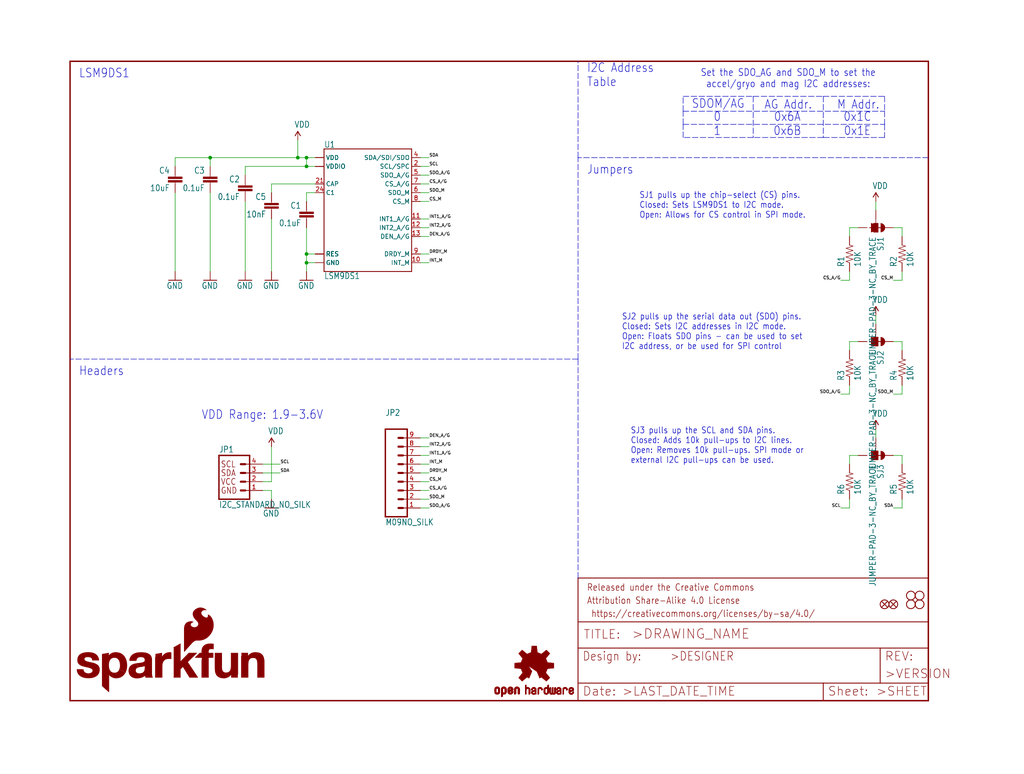
<source format=kicad_sch>
(kicad_sch (version 20211123) (generator eeschema)
  (paper "User" 297.002 224.485)
  (lib_symbols
    (symbol "schematicEagle-eagle-import:0.1UF-25V(+80{slash}-20%)(0603)"
      (property "Reference" "C" (at 1.524 2.921 0))
      (property "Value" "0.1UF-25V(+80{slash}-20%)(0603)" (at 1.524 -2.159 0))
      (symbol "0.1UF-25V(+80{slash}-20%)(0603)_1_0"
        (pin passive line (at 0 5.08 270) (length 2.54) (name "1") (number "1"))
        (pin passive line (at 0 -2.54 90) (length 2.54) (name "2") (number "2"))
      )
    )
    (symbol "schematicEagle-eagle-import:10KOHM-1{slash}10W-1%(0603)0603"
      (property "Reference" "R" (at -3.81 1.4986 0))
      (property "Value" "10KOHM-1{slash}10W-1%(0603)0603" (at -3.81 -3.302 0))
      (symbol "10KOHM-1{slash}10W-1%(0603)0603_1_0"
        (pin passive line (at -5.08 0 0) (length 2.54) (name "1") (number "1"))
        (pin passive line (at 5.08 0 180) (length 2.54) (name "2") (number "2"))
      )
    )
    (symbol "schematicEagle-eagle-import:10NF{slash}10000PF-50V-10%(0603)"
      (property "Reference" "C" (at 1.524 2.921 0))
      (property "Value" "10NF{slash}10000PF-50V-10%(0603)" (at 1.524 -2.159 0))
      (symbol "10NF{slash}10000PF-50V-10%(0603)_1_0"
        (pin passive line (at 0 5.08 270) (length 2.54) (name "1") (number "1"))
        (pin passive line (at 0 -2.54 90) (length 2.54) (name "2") (number "2"))
      )
    )
    (symbol "schematicEagle-eagle-import:10UF-6.3V-20%(0603)"
      (property "Reference" "C" (at 1.524 2.921 0))
      (property "Value" "10UF-6.3V-20%(0603)" (at 1.524 -2.159 0))
      (symbol "10UF-6.3V-20%(0603)_1_0"
        (pin passive line (at 0 5.08 270) (length 2.54) (name "1") (number "1"))
        (pin passive line (at 0 -2.54 90) (length 2.54) (name "2") (number "2"))
      )
    )
    (symbol "schematicEagle-eagle-import:FIDUCIAL1X2")
    (symbol "schematicEagle-eagle-import:FRAME-LETTER"
      (symbol "FRAME-LETTER_2_0"
        (text " https://creativecommons.org/licenses/by-sa/4.0/" (at 2.54 24.13 0) (effects (font (size 1.9304 1.6408)) (justify left bottom)))
        (text ">DESIGNER" (at 26.67 11.43 0) (effects (font (size 2.54 2.159)) (justify left bottom)))
        (text ">DRAWING_NAME" (at 15.494 17.78 0) (effects (font (size 2.7432 2.7432)) (justify left bottom)))
        (text ">LAST_DATE_TIME" (at 12.7 1.27 0) (effects (font (size 2.54 2.54)) (justify left bottom)))
        (text ">SHEET" (at 86.36 1.27 0) (effects (font (size 2.54 2.54)) (justify left bottom)))
        (text ">VERSION" (at 88.9 6.35 0) (effects (font (size 2.54 2.54)) (justify left bottom)))
        (text "Attribution Share-Alike 4.0 License" (at 2.54 27.94 0) (effects (font (size 1.9304 1.6408)) (justify left bottom)))
        (text "Date:" (at 1.27 1.27 0) (effects (font (size 2.54 2.54)) (justify left bottom)))
        (text "Design by:" (at 1.27 11.43 0) (effects (font (size 2.54 2.159)) (justify left bottom)))
        (text "Released under the Creative Commons" (at 2.54 31.75 0) (effects (font (size 1.9304 1.6408)) (justify left bottom)))
        (text "REV:" (at 88.9 11.43 0) (effects (font (size 2.54 2.54)) (justify left bottom)))
        (text "Sheet:" (at 72.39 1.27 0) (effects (font (size 2.54 2.54)) (justify left bottom)))
        (text "TITLE:" (at 1.524 17.78 0) (effects (font (size 2.54 2.54)) (justify left bottom)))
      )
    )
    (symbol "schematicEagle-eagle-import:GND" (power)
      (property "Value" "GND" (at -2.54 -2.54 0))
      (symbol "GND_1_0"
        (pin power_in line (at 0 2.54 270) (length 2.54) (name "GND") (number "1"))
      )
    )
    (symbol "schematicEagle-eagle-import:I2C_STANDARD_NO_SILK"
      (property "Reference" "JP" (at -2.54 13.462 0))
      (property "Value" "I2C_STANDARD_NO_SILK" (at -2.54 -2.54 0))
      (symbol "I2C_STANDARD_NO_SILK_1_0"
        (text "GND" (at -2.032 2.54 0) (effects (font (size 1.778 1.5113)) (justify left)))
        (text "SCL" (at -2.032 10.16 0) (effects (font (size 1.778 1.5113)) (justify left)))
        (text "SDA" (at -2.032 7.62 0) (effects (font (size 1.778 1.5113)) (justify left)))
        (text "VCC" (at -2.032 5.08 0) (effects (font (size 1.778 1.5113)) (justify left)))
        (pin passive line (at 10.16 2.54 180) (length 5.08) (name "1") (number "1"))
        (pin passive line (at 10.16 5.08 180) (length 5.08) (name "2") (number "2"))
        (pin passive line (at 10.16 7.62 180) (length 5.08) (name "3") (number "3"))
        (pin passive line (at 10.16 10.16 180) (length 5.08) (name "4") (number "4"))
      )
    )
    (symbol "schematicEagle-eagle-import:JUMPER-PAD-3-NC_BY_TRACE"
      (property "Reference" "SJ" (at 2.54 0.381 0))
      (property "Value" "JUMPER-PAD-3-NC_BY_TRACE" (at 2.54 -1.905 0))
      (symbol "JUMPER-PAD-3-NC_BY_TRACE_1_0"
        (pin passive line (at 0 5.08 270) (length 2.54) (name "1") (number "1"))
        (pin passive line (at -5.08 0 0) (length 2.54) (name "2") (number "2"))
        (pin passive line (at 0 -5.08 90) (length 2.54) (name "3") (number "3"))
      )
    )
    (symbol "schematicEagle-eagle-import:LSM9DS1"
      (property "Reference" "U" (at -12.7 19.05 0))
      (property "Value" "LSM9DS1" (at -12.7 -19.05 0))
      (symbol "LSM9DS1_1_0"
        (pin bidirectional line (at -15.24 12.7 0) (length 2.54) (name "VDDIO") (number "1"))
        (pin bidirectional line (at 15.24 -15.24 180) (length 2.54) (name "INT_M") (number "10"))
        (pin bidirectional line (at 15.24 -2.54 180) (length 2.54) (name "INT1_A/G") (number "11"))
        (pin bidirectional line (at 15.24 -5.08 180) (length 2.54) (name "INT2_A/G") (number "12"))
        (pin bidirectional line (at 15.24 -7.62 180) (length 2.54) (name "DEN_A/G") (number "13"))
        (pin bidirectional line (at -15.24 -12.7 0) (length 2.54) (name "RES") (number "14"))
        (pin bidirectional line (at -15.24 -12.7 0) (length 2.54) (name "RES") (number "15"))
        (pin bidirectional line (at -15.24 -12.7 0) (length 2.54) (name "RES") (number "16"))
        (pin bidirectional line (at -15.24 -12.7 0) (length 2.54) (name "RES") (number "17"))
        (pin bidirectional line (at -15.24 -12.7 0) (length 2.54) (name "RES") (number "18"))
        (pin bidirectional line (at -15.24 -15.24 0) (length 2.54) (name "GND") (number "19"))
        (pin bidirectional line (at 15.24 12.7 180) (length 2.54) (name "SCL/SPC") (number "2"))
        (pin bidirectional line (at -15.24 -15.24 0) (length 2.54) (name "GND") (number "20"))
        (pin bidirectional line (at -15.24 7.62 0) (length 2.54) (name "CAP") (number "21"))
        (pin bidirectional line (at -15.24 15.24 0) (length 2.54) (name "VDD") (number "22"))
        (pin bidirectional line (at -15.24 15.24 0) (length 2.54) (name "VDD") (number "23"))
        (pin bidirectional line (at -15.24 5.08 0) (length 2.54) (name "C1") (number "24"))
        (pin bidirectional line (at -15.24 12.7 0) (length 2.54) (name "VDDIO") (number "3"))
        (pin bidirectional line (at 15.24 15.24 180) (length 2.54) (name "SDA/SDI/SDO") (number "4"))
        (pin bidirectional line (at 15.24 10.16 180) (length 2.54) (name "SDO_A/G") (number "5"))
        (pin bidirectional line (at 15.24 5.08 180) (length 2.54) (name "SDO_M") (number "6"))
        (pin bidirectional line (at 15.24 7.62 180) (length 2.54) (name "CS_A/G") (number "7"))
        (pin bidirectional line (at 15.24 2.54 180) (length 2.54) (name "CS_M") (number "8"))
        (pin bidirectional line (at 15.24 -12.7 180) (length 2.54) (name "DRDY_M") (number "9"))
      )
    )
    (symbol "schematicEagle-eagle-import:M09NO_SILK"
      (property "Reference" "JP" (at 0 16.51 0))
      (property "Value" "M09NO_SILK" (at 0 -15.24 0))
      (symbol "M09NO_SILK_1_0"
        (pin passive line (at 10.16 -10.16 180) (length 5.08) (name "1") (number "1"))
        (pin passive line (at 10.16 -7.62 180) (length 5.08) (name "2") (number "2"))
        (pin passive line (at 10.16 -5.08 180) (length 5.08) (name "3") (number "3"))
        (pin passive line (at 10.16 -2.54 180) (length 5.08) (name "4") (number "4"))
        (pin passive line (at 10.16 0 180) (length 5.08) (name "5") (number "5"))
        (pin passive line (at 10.16 2.54 180) (length 5.08) (name "6") (number "6"))
        (pin passive line (at 10.16 5.08 180) (length 5.08) (name "7") (number "7"))
        (pin passive line (at 10.16 7.62 180) (length 5.08) (name "8") (number "8"))
        (pin passive line (at 10.16 10.16 180) (length 5.08) (name "9") (number "9"))
      )
    )
    (symbol "schematicEagle-eagle-import:OSHW-LOGOS")
    (symbol "schematicEagle-eagle-import:SFE_LOGO_FLAME.2_INCH")
    (symbol "schematicEagle-eagle-import:SFE_LOGO_NAME.1_INCH")
    (symbol "schematicEagle-eagle-import:STAND-OFF")
    (symbol "schematicEagle-eagle-import:VDD" (power)
      (property "Value" "VDD" (at -1.016 3.556 0))
      (symbol "VDD_1_0"
        (pin power_in line (at 0 0 90) (length 2.54) (name "VDD") (number "1"))
      )
    )
  )
  (junction (at 88.9 76.2))
  (junction (at 88.9 48.26))
  (junction (at 88.9 45.72))
  (junction (at 60.96 45.72))
  (junction (at 88.9 73.66))
  (junction (at 86.36 45.72))
  (wire (pts (xy 246.38 147.32) (xy 243.84 147.32)))
  (wire (pts (xy 78.74 139.7) (xy 78.74 129.54)))
  (wire (pts (xy 121.92 63.5) (xy 124.46 63.5)))
  (wire (pts (xy 86.36 45.72) (xy 86.36 40.64)))
  (wire (pts (xy 246.38 66.04) (xy 248.92 66.04)))
  (wire (pts (xy 91.44 73.66) (xy 88.9 73.66)))
  (wire (pts (xy 121.92 68.58) (xy 124.46 68.58)))
  (wire (pts (xy 88.9 48.26) (xy 88.9 45.72)))
  (polyline (pts (xy 256.54 36.068) (xy 256.54 39.878)))
  (polyline (pts (xy 198.12 36.068) (xy 256.54 36.068)))
  (wire (pts (xy 78.74 53.34) (xy 91.44 53.34)))
  (polyline (pts (xy 198.12 27.94) (xy 218.44 27.94)))
  (wire (pts (xy 76.2 137.16) (xy 81.28 137.16)))
  (wire (pts (xy 76.2 139.7) (xy 78.74 139.7)))
  (wire (pts (xy 76.2 134.62) (xy 81.28 134.62)))
  (wire (pts (xy 50.8 45.72) (xy 60.96 45.72)))
  (wire (pts (xy 248.92 132.08) (xy 246.38 132.08)))
  (wire (pts (xy 121.92 66.04) (xy 124.46 66.04)))
  (wire (pts (xy 121.92 127) (xy 124.46 127)))
  (wire (pts (xy 246.38 144.78) (xy 246.38 147.32)))
  (wire (pts (xy 88.9 55.88) (xy 91.44 55.88)))
  (wire (pts (xy 246.38 78.74) (xy 246.38 81.28)))
  (wire (pts (xy 261.62 99.06) (xy 261.62 101.6)))
  (polyline (pts (xy 256.54 39.878) (xy 238.76 39.878)))
  (polyline (pts (xy 167.64 167.64) (xy 167.64 104.14)))
  (wire (pts (xy 121.92 139.7) (xy 124.46 139.7)))
  (wire (pts (xy 121.92 137.16) (xy 124.46 137.16)))
  (polyline (pts (xy 198.12 32.258) (xy 256.54 32.258)))
  (wire (pts (xy 254 58.42) (xy 254 60.96)))
  (wire (pts (xy 246.38 81.28) (xy 243.84 81.28)))
  (polyline (pts (xy 218.44 27.94) (xy 238.76 27.94)))
  (wire (pts (xy 88.9 45.72) (xy 91.44 45.72)))
  (polyline (pts (xy 198.12 39.878) (xy 198.12 36.068)))
  (wire (pts (xy 121.92 55.88) (xy 124.46 55.88)))
  (polyline (pts (xy 198.12 36.068) (xy 198.12 32.258)))
  (polyline (pts (xy 167.64 104.14) (xy 20.32 104.14)))
  (wire (pts (xy 261.62 144.78) (xy 261.62 147.32)))
  (wire (pts (xy 78.74 142.24) (xy 78.74 144.78)))
  (wire (pts (xy 88.9 58.42) (xy 88.9 55.88)))
  (polyline (pts (xy 256.54 32.258) (xy 256.54 36.068)))
  (wire (pts (xy 50.8 48.26) (xy 50.8 45.72)))
  (wire (pts (xy 71.12 50.8) (xy 71.12 48.26)))
  (wire (pts (xy 261.62 81.28) (xy 259.08 81.28)))
  (wire (pts (xy 60.96 48.26) (xy 60.96 45.72)))
  (wire (pts (xy 121.92 76.2) (xy 124.46 76.2)))
  (wire (pts (xy 71.12 48.26) (xy 88.9 48.26)))
  (polyline (pts (xy 218.44 39.878) (xy 198.12 39.878)))
  (wire (pts (xy 261.62 114.3) (xy 259.08 114.3)))
  (wire (pts (xy 60.96 45.72) (xy 86.36 45.72)))
  (wire (pts (xy 124.46 48.26) (xy 121.92 48.26)))
  (wire (pts (xy 254 127) (xy 254 124.46)))
  (wire (pts (xy 246.38 111.76) (xy 246.38 114.3)))
  (wire (pts (xy 121.92 129.54) (xy 124.46 129.54)))
  (wire (pts (xy 246.38 101.6) (xy 246.38 99.06)))
  (wire (pts (xy 121.92 132.08) (xy 124.46 132.08)))
  (wire (pts (xy 261.62 78.74) (xy 261.62 81.28)))
  (wire (pts (xy 91.44 76.2) (xy 88.9 76.2)))
  (wire (pts (xy 121.92 45.72) (xy 124.46 45.72)))
  (wire (pts (xy 261.62 66.04) (xy 261.62 68.58)))
  (wire (pts (xy 78.74 78.74) (xy 78.74 63.5)))
  (wire (pts (xy 121.92 147.32) (xy 124.46 147.32)))
  (wire (pts (xy 76.2 142.24) (xy 78.74 142.24)))
  (wire (pts (xy 259.08 66.04) (xy 261.62 66.04)))
  (wire (pts (xy 121.92 134.62) (xy 124.46 134.62)))
  (wire (pts (xy 121.92 58.42) (xy 124.46 58.42)))
  (wire (pts (xy 246.38 99.06) (xy 248.92 99.06)))
  (wire (pts (xy 88.9 48.26) (xy 91.44 48.26)))
  (wire (pts (xy 121.92 50.8) (xy 124.46 50.8)))
  (wire (pts (xy 261.62 132.08) (xy 261.62 134.62)))
  (wire (pts (xy 78.74 55.88) (xy 78.74 53.34)))
  (polyline (pts (xy 256.54 27.94) (xy 256.54 32.258)))
  (polyline (pts (xy 269.24 45.72) (xy 167.64 45.72)))
  (wire (pts (xy 88.9 73.66) (xy 88.9 76.2)))
  (wire (pts (xy 86.36 45.72) (xy 88.9 45.72)))
  (wire (pts (xy 121.92 73.66) (xy 124.46 73.66)))
  (polyline (pts (xy 167.64 45.72) (xy 167.64 17.78)))
  (wire (pts (xy 88.9 66.04) (xy 88.9 73.66)))
  (wire (pts (xy 246.38 68.58) (xy 246.38 66.04)))
  (wire (pts (xy 246.38 114.3) (xy 243.84 114.3)))
  (wire (pts (xy 261.62 147.32) (xy 259.08 147.32)))
  (wire (pts (xy 246.38 132.08) (xy 246.38 134.62)))
  (wire (pts (xy 71.12 78.74) (xy 71.12 58.42)))
  (wire (pts (xy 259.08 99.06) (xy 261.62 99.06)))
  (wire (pts (xy 60.96 78.74) (xy 60.96 55.88)))
  (wire (pts (xy 121.92 144.78) (xy 124.46 144.78)))
  (wire (pts (xy 261.62 111.76) (xy 261.62 114.3)))
  (polyline (pts (xy 218.44 27.94) (xy 218.44 39.878)))
  (wire (pts (xy 121.92 142.24) (xy 124.46 142.24)))
  (wire (pts (xy 50.8 78.74) (xy 50.8 55.88)))
  (polyline (pts (xy 238.76 27.94) (xy 256.54 27.94)))
  (polyline (pts (xy 198.12 32.258) (xy 198.12 27.94)))
  (wire (pts (xy 121.92 53.34) (xy 124.46 53.34)))
  (wire (pts (xy 88.9 76.2) (xy 88.9 78.74)))
  (polyline (pts (xy 167.64 104.14) (xy 167.64 45.72)))
  (wire (pts (xy 259.08 132.08) (xy 261.62 132.08)))
  (polyline (pts (xy 238.76 27.94) (xy 238.76 39.878)))
  (wire (pts (xy 254 91.44) (xy 254 93.98)))
  (polyline (pts (xy 238.76 39.878) (xy 218.44 39.878)))
  (text "SDOM/AG" (at 208.28 30.226 180) (effects (font (size 2.54 2.159))))
  (text "SJ2 pulls up the serial data out (SDO) pins.\nClosed: Sets I2C addresses in I2C mode.\nOpen: Floats SDO pins - can be used to set\nI2C address, or be used for SPI control" (at 180.34 101.6 0) (effects (font (size 1.778 1.5113)) (justify left bottom)))
  (text "SJ3 pulls up the SCL and SDA pins.\nClosed: Adds 10k pull-ups to I2C lines.\nOpen: Removes 10k pull-ups. SPI mode or\nexternal I2C pull-ups can be used." (at 182.88 134.62 0) (effects (font (size 1.778 1.5113)) (justify left bottom)))
  (text "Jumpers" (at 170.18 50.8 180) (effects (font (size 2.54 2.159)) (justify left bottom)))
  (text "Headers" (at 22.86 109.22 180) (effects (font (size 2.54 2.159)) (justify left bottom)))
  (text "M Addr." (at 248.92 30.48 180) (effects (font (size 2.54 2.159))))
  (text "AG Addr." (at 228.6 30.48 180) (effects (font (size 2.54 2.159))))
  (text "LSM9DS1" (at 22.86 22.86 180) (effects (font (size 2.54 2.159)) (justify left bottom)))
  (text "I2C Address\nTable" (at 170.18 25.4 180) (effects (font (size 2.54 2.159)) (justify left bottom)))
  (text "0\n1" (at 208.026 36.068 180) (effects (font (size 2.54 2.159))))
  (text "Set the SDO_AG and SDO_M to set the\naccel/gryo and mag I2C addresses:" (at 228.6 22.86 0) (effects (font (size 2.032 1.7272))))
  (text "SJ1 pulls up the chip-select (CS) pins.\nClosed: Sets LSM9DS1 to I2C mode.\nOpen: Allows for CS control in SPI mode." (at 185.42 63.5 0) (effects (font (size 1.778 1.5113)) (justify left bottom)))
  (text "VDD Range: 1.9-3.6V" (at 58.42 121.92 180) (effects (font (size 2.54 2.159)) (justify left bottom)))
  (text "0x6A\n0x6B" (at 228.346 36.068 180) (effects (font (size 2.54 2.159))))
  (text "0x1C\n0x1E" (at 248.666 36.068 180) (effects (font (size 2.54 2.159))))
  (label "SCL" (at 81.28 134.62 0) (effects (font (size 0.889 0.889))))
  (label "INT_M" (at 124.46 134.62 0) (effects (font (size 0.889 0.889))))
  (label "SDO_A/G" (at 124.46 50.8 0) (effects (font (size 0.889 0.889))))
  (label "SDA" (at 124.46 45.72 0) (effects (font (size 0.889 0.889))))
  (label "SDO_A/G" (at 124.46 147.32 0) (effects (font (size 0.889 0.889))))
  (label "INT_M" (at 124.46 76.2 0) (effects (font (size 0.889 0.889))))
  (label "CS_A/G" (at 243.84 81.28 180) (effects (font (size 0.889 0.889))))
  (label "INT2_A/G" (at 124.46 66.04 0) (effects (font (size 0.889 0.889))))
  (label "CS_M" (at 259.08 81.28 180) (effects (font (size 0.889 0.889))))
  (label "DRDY_M" (at 124.46 137.16 0) (effects (font (size 0.889 0.889))))
  (label "SDO_M" (at 124.46 55.88 0) (effects (font (size 0.889 0.889))))
  (label "DRDY_M" (at 124.46 73.66 0) (effects (font (size 0.889 0.889))))
  (label "SDO_M" (at 124.46 144.78 0) (effects (font (size 0.889 0.889))))
  (label "SDA" (at 81.28 137.16 0) (effects (font (size 0.889 0.889))))
  (label "CS_A/G" (at 124.46 142.24 0) (effects (font (size 0.889 0.889))))
  (label "CS_A/G" (at 124.46 53.34 0) (effects (font (size 0.889 0.889))))
  (label "SDO_M" (at 259.08 114.3 180) (effects (font (size 0.889 0.889))))
  (label "SCL" (at 243.84 147.32 180) (effects (font (size 0.889 0.889))))
  (label "CS_M" (at 124.46 58.42 0) (effects (font (size 0.889 0.889))))
  (label "SDO_A/G" (at 243.84 114.3 180) (effects (font (size 0.889 0.889))))
  (label "INT1_A/G" (at 124.46 63.5 0) (effects (font (size 0.889 0.889))))
  (label "DEN_A/G" (at 124.46 127 0) (effects (font (size 0.889 0.889))))
  (label "SCL" (at 124.46 48.26 0) (effects (font (size 0.889 0.889))))
  (label "INT2_A/G" (at 124.46 129.54 0) (effects (font (size 0.889 0.889))))
  (label "CS_M" (at 124.46 139.7 0) (effects (font (size 0.889 0.889))))
  (label "INT1_A/G" (at 124.46 132.08 0) (effects (font (size 0.889 0.889))))
  (label "SDA" (at 259.08 147.32 180) (effects (font (size 0.889 0.889))))
  (label "DEN_A/G" (at 124.46 68.58 0) (effects (font (size 0.889 0.889))))
  (symbol (lib_id "schematicEagle-eagle-import:VDD") (at 254 58.42 0) (unit 1)
    (property "Reference" "#SUPPLY2" (effects hide))
    (property "Value" "VDD" (at 252.984 54.864 0) (effects (font (size 1.778 1.5113)) (justify left bottom)))
    (property "Footprint" "schematicEagle:" (effects hide))
  )
  (symbol (lib_id "schematicEagle-eagle-import:FRAME-LETTER") (at 167.64 203.2 0) (unit 2)
    (property "Reference" "FRAME1" (effects hide))
    (property "Value" "FRAME-LETTER" (effects hide))
    (property "Footprint" "schematicEagle:CREATIVE_COMMONS" (effects hide))
    (property "Value" "FRAME-LETTER" (effects hide))
    (property "Value" "FRAME-LETTER" (effects hide))
  )
  (symbol (lib_id "schematicEagle-eagle-import:10KOHM-1{slash}10W-1%(0603)0603") (at 246.38 139.7 90) (unit 1)
    (property "Reference" "R6" (at 244.8814 143.51 0) (effects (font (size 1.778 1.5113)) (justify left bottom)))
    (property "Value" "10K" (at 249.682 143.51 0) (effects (font (size 1.778 1.5113)) (justify left bottom)))
    (property "Footprint" "schematicEagle:0603-RES" (effects hide))
  )
  (symbol (lib_id "schematicEagle-eagle-import:10KOHM-1{slash}10W-1%(0603)0603") (at 246.38 73.66 90) (unit 1)
    (property "Reference" "R1" (at 244.8814 77.47 0) (effects (font (size 1.778 1.5113)) (justify left bottom)))
    (property "Value" "10K" (at 249.682 77.47 0) (effects (font (size 1.778 1.5113)) (justify left bottom)))
    (property "Footprint" "schematicEagle:0603-RES" (effects hide))
  )
  (symbol (lib_id "schematicEagle-eagle-import:FIDUCIAL1X2") (at 259.08 175.26 0) (unit 1)
    (property "Reference" "FID1" (effects hide))
    (property "Value" "FIDUCIAL1X2" (effects hide))
    (property "Footprint" "schematicEagle:FIDUCIAL-1X2" (effects hide))
  )
  (symbol (lib_id "schematicEagle-eagle-import:JUMPER-PAD-3-NC_BY_TRACE") (at 254 132.08 270) (unit 1)
    (property "Reference" "SJ3" (at 254.381 134.62 0) (effects (font (size 1.778 1.5113)) (justify left bottom)))
    (property "Value" "JUMPER-PAD-3-NC_BY_TRACE" (at 252.095 134.62 0) (effects (font (size 1.778 1.5113)) (justify left bottom)))
    (property "Footprint" "schematicEagle:PAD-JUMPER-3-3OF3_NC_BY_TRACE_YES_SILK_FULL_BOX" (effects hide))
  )
  (symbol (lib_id "schematicEagle-eagle-import:JUMPER-PAD-3-NC_BY_TRACE") (at 254 66.04 270) (unit 1)
    (property "Reference" "SJ1" (at 254.381 68.58 0) (effects (font (size 1.778 1.5113)) (justify left bottom)))
    (property "Value" "JUMPER-PAD-3-NC_BY_TRACE" (at 252.095 68.58 0) (effects (font (size 1.778 1.5113)) (justify left bottom)))
    (property "Footprint" "schematicEagle:PAD-JUMPER-3-3OF3_NC_BY_TRACE_YES_SILK_FULL_BOX" (effects hide))
  )
  (symbol (lib_id "schematicEagle-eagle-import:10NF{slash}10000PF-50V-10%(0603)") (at 78.74 60.96 0) (mirror y) (unit 1)
    (property "Reference" "C5" (at 77.216 58.039 0) (effects (font (size 1.778 1.5113)) (justify left bottom)))
    (property "Value" "10nF" (at 77.216 63.119 0) (effects (font (size 1.778 1.5113)) (justify left bottom)))
    (property "Footprint" "schematicEagle:0603-CAP" (effects hide))
  )
  (symbol (lib_id "schematicEagle-eagle-import:STAND-OFF") (at 266.7 175.26 0) (unit 1)
    (property "Reference" "STANDOFF4" (effects hide))
    (property "Value" "STAND-OFF" (effects hide))
    (property "Footprint" "schematicEagle:STAND-OFF" (effects hide))
  )
  (symbol (lib_id "schematicEagle-eagle-import:OSHW-LOGOS") (at 154.94 193.04 0) (unit 1)
    (property "Reference" "LOGO3" (effects hide))
    (property "Value" "OSHW-LOGOS" (effects hide))
    (property "Footprint" "schematicEagle:OSHW-LOGO-S" (effects hide))
  )
  (symbol (lib_id "schematicEagle-eagle-import:STAND-OFF") (at 264.16 172.72 0) (unit 1)
    (property "Reference" "STANDOFF2" (effects hide))
    (property "Value" "STAND-OFF" (effects hide))
    (property "Footprint" "schematicEagle:STAND-OFF" (effects hide))
  )
  (symbol (lib_id "schematicEagle-eagle-import:0.1UF-25V(+80{slash}-20%)(0603)") (at 60.96 53.34 0) (mirror y) (unit 1)
    (property "Reference" "C3" (at 59.436 50.419 0) (effects (font (size 1.778 1.5113)) (justify left bottom)))
    (property "Value" "0.1uF" (at 59.436 55.499 0) (effects (font (size 1.778 1.5113)) (justify left bottom)))
    (property "Footprint" "schematicEagle:0603-CAP" (effects hide))
  )
  (symbol (lib_id "schematicEagle-eagle-import:10UF-6.3V-20%(0603)") (at 50.8 53.34 0) (mirror y) (unit 1)
    (property "Reference" "C4" (at 49.276 50.419 0) (effects (font (size 1.778 1.5113)) (justify left bottom)))
    (property "Value" "10uF" (at 49.276 55.499 0) (effects (font (size 1.778 1.5113)) (justify left bottom)))
    (property "Footprint" "schematicEagle:0603-CAP" (effects hide))
  )
  (symbol (lib_id "schematicEagle-eagle-import:FRAME-LETTER") (at 20.32 203.2 0) (unit 1)
    (property "Reference" "FRAME1" (effects hide))
    (property "Value" "FRAME-LETTER" (effects hide))
    (property "Footprint" "schematicEagle:CREATIVE_COMMONS" (effects hide))
    (property "Value" "FRAME-LETTER" (effects hide))
    (property "Value" "FRAME-LETTER" (effects hide))
  )
  (symbol (lib_id "schematicEagle-eagle-import:GND") (at 50.8 81.28 0) (unit 1)
    (property "Reference" "#GND5" (effects hide))
    (property "Value" "GND" (at 48.26 83.82 0) (effects (font (size 1.778 1.5113)) (justify left bottom)))
    (property "Footprint" "schematicEagle:" (effects hide))
  )
  (symbol (lib_id "schematicEagle-eagle-import:JUMPER-PAD-3-NC_BY_TRACE") (at 254 99.06 270) (unit 1)
    (property "Reference" "SJ2" (at 254.381 101.6 0) (effects (font (size 1.778 1.5113)) (justify left bottom)))
    (property "Value" "JUMPER-PAD-3-NC_BY_TRACE" (at 252.095 101.6 0) (effects (font (size 1.778 1.5113)) (justify left bottom)))
    (property "Footprint" "schematicEagle:PAD-JUMPER-3-3OF3_NC_BY_TRACE_YES_SILK_FULL_BOX" (effects hide))
  )
  (symbol (lib_id "schematicEagle-eagle-import:STAND-OFF") (at 264.16 175.26 0) (unit 1)
    (property "Reference" "STANDOFF3" (effects hide))
    (property "Value" "STAND-OFF" (effects hide))
    (property "Footprint" "schematicEagle:STAND-OFF" (effects hide))
  )
  (symbol (lib_id "schematicEagle-eagle-import:LSM9DS1") (at 106.68 60.96 0) (unit 1)
    (property "Reference" "U1" (at 93.98 41.91 0) (effects (font (size 1.778 1.5113)) (justify left)))
    (property "Value" "LSM9DS1" (at 93.98 80.01 0) (effects (font (size 1.778 1.5113)) (justify left)))
    (property "Footprint" "schematicEagle:LGA24-8X4" (effects hide))
  )
  (symbol (lib_id "schematicEagle-eagle-import:SFE_LOGO_FLAME.2_INCH") (at 53.086 189.484 0) (unit 1)
    (property "Reference" "LOGO2" (effects hide))
    (property "Value" "SFE_LOGO_FLAME.2_INCH" (effects hide))
    (property "Footprint" "schematicEagle:SFE_LOGO_FLAME_.2" (effects hide))
  )
  (symbol (lib_id "schematicEagle-eagle-import:GND") (at 78.74 81.28 0) (unit 1)
    (property "Reference" "#GND2" (effects hide))
    (property "Value" "GND" (at 76.2 83.82 0) (effects (font (size 1.778 1.5113)) (justify left bottom)))
    (property "Footprint" "schematicEagle:" (effects hide))
  )
  (symbol (lib_id "schematicEagle-eagle-import:10KOHM-1{slash}10W-1%(0603)0603") (at 261.62 139.7 90) (unit 1)
    (property "Reference" "R5" (at 260.1214 143.51 0) (effects (font (size 1.778 1.5113)) (justify left bottom)))
    (property "Value" "10K" (at 264.922 143.51 0) (effects (font (size 1.778 1.5113)) (justify left bottom)))
    (property "Footprint" "schematicEagle:0603-RES" (effects hide))
  )
  (symbol (lib_id "schematicEagle-eagle-import:10KOHM-1{slash}10W-1%(0603)0603") (at 246.38 106.68 90) (unit 1)
    (property "Reference" "R3" (at 244.8814 110.49 0) (effects (font (size 1.778 1.5113)) (justify left bottom)))
    (property "Value" "10K" (at 249.682 110.49 0) (effects (font (size 1.778 1.5113)) (justify left bottom)))
    (property "Footprint" "schematicEagle:0603-RES" (effects hide))
  )
  (symbol (lib_id "schematicEagle-eagle-import:VDD") (at 254 91.44 0) (unit 1)
    (property "Reference" "#SUPPLY3" (effects hide))
    (property "Value" "VDD" (at 252.984 87.884 0) (effects (font (size 1.778 1.5113)) (justify left bottom)))
    (property "Footprint" "schematicEagle:" (effects hide))
  )
  (symbol (lib_id "schematicEagle-eagle-import:GND") (at 60.96 81.28 0) (unit 1)
    (property "Reference" "#GND4" (effects hide))
    (property "Value" "GND" (at 58.42 83.82 0) (effects (font (size 1.778 1.5113)) (justify left bottom)))
    (property "Footprint" "schematicEagle:" (effects hide))
  )
  (symbol (lib_id "schematicEagle-eagle-import:STAND-OFF") (at 266.7 172.72 0) (unit 1)
    (property "Reference" "STANDOFF1" (effects hide))
    (property "Value" "STAND-OFF" (effects hide))
    (property "Footprint" "schematicEagle:STAND-OFF" (effects hide))
  )
  (symbol (lib_id "schematicEagle-eagle-import:M09NO_SILK") (at 111.76 137.16 0) (unit 1)
    (property "Reference" "JP2" (at 111.76 120.65 0) (effects (font (size 1.778 1.5113)) (justify left bottom)))
    (property "Value" "M09NO_SILK" (at 111.76 152.4 0) (effects (font (size 1.778 1.5113)) (justify left bottom)))
    (property "Footprint" "schematicEagle:1X09_NO_SILK" (effects hide))
  )
  (symbol (lib_id "schematicEagle-eagle-import:0.1UF-25V(+80{slash}-20%)(0603)") (at 88.9 63.5 0) (mirror y) (unit 1)
    (property "Reference" "C1" (at 87.376 60.579 0) (effects (font (size 1.778 1.5113)) (justify left bottom)))
    (property "Value" "0.1uF" (at 87.376 65.659 0) (effects (font (size 1.778 1.5113)) (justify left bottom)))
    (property "Footprint" "schematicEagle:0603-CAP" (effects hide))
  )
  (symbol (lib_id "schematicEagle-eagle-import:FIDUCIAL1X2") (at 256.54 175.26 0) (unit 1)
    (property "Reference" "FID2" (effects hide))
    (property "Value" "FIDUCIAL1X2" (effects hide))
    (property "Footprint" "schematicEagle:FIDUCIAL-1X2" (effects hide))
  )
  (symbol (lib_id "schematicEagle-eagle-import:10KOHM-1{slash}10W-1%(0603)0603") (at 261.62 73.66 90) (unit 1)
    (property "Reference" "R2" (at 260.1214 77.47 0) (effects (font (size 1.778 1.5113)) (justify left bottom)))
    (property "Value" "10K" (at 264.922 77.47 0) (effects (font (size 1.778 1.5113)) (justify left bottom)))
    (property "Footprint" "schematicEagle:0603-RES" (effects hide))
  )
  (symbol (lib_id "schematicEagle-eagle-import:I2C_STANDARD_NO_SILK") (at 66.04 144.78 0) (unit 1)
    (property "Reference" "JP1" (at 63.5 131.318 0) (effects (font (size 1.778 1.5113)) (justify left bottom)))
    (property "Value" "I2C_STANDARD_NO_SILK" (at 63.5 147.32 0) (effects (font (size 1.778 1.5113)) (justify left bottom)))
    (property "Footprint" "schematicEagle:1X04_NO_SILK" (effects hide))
  )
  (symbol (lib_id "schematicEagle-eagle-import:0.1UF-25V(+80{slash}-20%)(0603)") (at 71.12 55.88 0) (mirror y) (unit 1)
    (property "Reference" "C2" (at 69.596 52.959 0) (effects (font (size 1.778 1.5113)) (justify left bottom)))
    (property "Value" "0.1uF" (at 69.596 58.039 0) (effects (font (size 1.778 1.5113)) (justify left bottom)))
    (property "Footprint" "schematicEagle:0603-CAP" (effects hide))
  )
  (symbol (lib_id "schematicEagle-eagle-import:GND") (at 78.74 147.32 0) (unit 1)
    (property "Reference" "#GND6" (effects hide))
    (property "Value" "GND" (at 76.2 149.86 0) (effects (font (size 1.778 1.5113)) (justify left bottom)))
    (property "Footprint" "schematicEagle:" (effects hide))
  )
  (symbol (lib_id "schematicEagle-eagle-import:GND") (at 71.12 81.28 0) (unit 1)
    (property "Reference" "#GND3" (effects hide))
    (property "Value" "GND" (at 68.58 83.82 0) (effects (font (size 1.778 1.5113)) (justify left bottom)))
    (property "Footprint" "schematicEagle:" (effects hide))
  )
  (symbol (lib_id "schematicEagle-eagle-import:10KOHM-1{slash}10W-1%(0603)0603") (at 261.62 106.68 90) (unit 1)
    (property "Reference" "R4" (at 260.1214 110.49 0) (effects (font (size 1.778 1.5113)) (justify left bottom)))
    (property "Value" "10K" (at 264.922 110.49 0) (effects (font (size 1.778 1.5113)) (justify left bottom)))
    (property "Footprint" "schematicEagle:0603-RES" (effects hide))
  )
  (symbol (lib_id "schematicEagle-eagle-import:GND") (at 88.9 81.28 0) (unit 1)
    (property "Reference" "#GND1" (effects hide))
    (property "Value" "GND" (at 86.36 83.82 0) (effects (font (size 1.778 1.5113)) (justify left bottom)))
    (property "Footprint" "schematicEagle:" (effects hide))
  )
  (symbol (lib_id "schematicEagle-eagle-import:VDD") (at 78.74 129.54 0) (unit 1)
    (property "Reference" "#SUPPLY5" (effects hide))
    (property "Value" "VDD" (at 77.724 125.984 0) (effects (font (size 1.778 1.5113)) (justify left bottom)))
    (property "Footprint" "schematicEagle:" (effects hide))
  )
  (symbol (lib_id "schematicEagle-eagle-import:VDD") (at 86.36 40.64 0) (unit 1)
    (property "Reference" "#SUPPLY1" (effects hide))
    (property "Value" "VDD" (at 85.344 37.084 0) (effects (font (size 1.778 1.5113)) (justify left bottom)))
    (property "Footprint" "schematicEagle:" (effects hide))
  )
  (symbol (lib_id "schematicEagle-eagle-import:SFE_LOGO_NAME.1_INCH") (at 20.32 200.66 0) (unit 1)
    (property "Reference" "LOGO1" (effects hide))
    (property "Value" "SFE_LOGO_NAME.1_INCH" (effects hide))
    (property "Footprint" "schematicEagle:SFE_LOGO_NAME_.1" (effects hide))
  )
  (symbol (lib_id "schematicEagle-eagle-import:VDD") (at 254 124.46 0) (unit 1)
    (property "Reference" "#SUPPLY4" (effects hide))
    (property "Value" "VDD" (at 252.984 120.904 0) (effects (font (size 1.778 1.5113)) (justify left bottom)))
    (property "Footprint" "schematicEagle:" (effects hide))
  )
)
</source>
